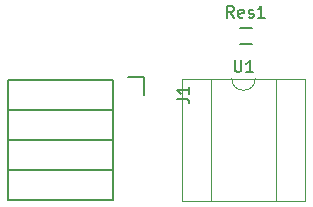
<source format=gbr>
G04 #@! TF.FileFunction,Legend,Top*
%FSLAX46Y46*%
G04 Gerber Fmt 4.6, Leading zero omitted, Abs format (unit mm)*
G04 Created by KiCad (PCBNEW 4.0.6) date Friday, May 26, 2017 'PMt' 05:45:50 PM*
%MOMM*%
%LPD*%
G01*
G04 APERTURE LIST*
%ADD10C,0.100000*%
%ADD11C,0.150000*%
%ADD12C,0.120000*%
G04 APERTURE END LIST*
D10*
D11*
X144500000Y-92325000D02*
X145500000Y-92325000D01*
X145500000Y-93675000D02*
X144500000Y-93675000D01*
D12*
X145810000Y-96610000D02*
G75*
G02X143810000Y-96610000I-1000000J0D01*
G01*
X143810000Y-96610000D02*
X142040000Y-96610000D01*
X142040000Y-96610000D02*
X142040000Y-107010000D01*
X142040000Y-107010000D02*
X147580000Y-107010000D01*
X147580000Y-107010000D02*
X147580000Y-96610000D01*
X147580000Y-96610000D02*
X145810000Y-96610000D01*
X139610000Y-96610000D02*
X139610000Y-107010000D01*
X139610000Y-107010000D02*
X150010000Y-107010000D01*
X150010000Y-107010000D02*
X150010000Y-96610000D01*
X150010000Y-96610000D02*
X139610000Y-96610000D01*
D11*
X124900000Y-106890000D02*
X133730000Y-106890000D01*
X124900000Y-104350000D02*
X124900000Y-106890000D01*
X133730000Y-104350000D02*
X133730000Y-106890000D01*
X133730000Y-101810000D02*
X133730000Y-104350000D01*
X124900000Y-101810000D02*
X124900000Y-104350000D01*
X124900000Y-104350000D02*
X133730000Y-104350000D01*
X124900000Y-101810000D02*
X133730000Y-101810000D01*
X124900000Y-99270000D02*
X124900000Y-101810000D01*
X133730000Y-99270000D02*
X124900000Y-99270000D01*
X133730000Y-99270000D02*
X133730000Y-101810000D01*
X133730000Y-96730000D02*
X133730000Y-99270000D01*
X136400000Y-98000000D02*
X136400000Y-96450000D01*
X136400000Y-96450000D02*
X135000000Y-96450000D01*
X133730000Y-96730000D02*
X124900000Y-96730000D01*
X124900000Y-96730000D02*
X124900000Y-99270000D01*
X124900000Y-99270000D02*
X133730000Y-99270000D01*
X144000000Y-91452381D02*
X143666666Y-90976190D01*
X143428571Y-91452381D02*
X143428571Y-90452381D01*
X143809524Y-90452381D01*
X143904762Y-90500000D01*
X143952381Y-90547619D01*
X144000000Y-90642857D01*
X144000000Y-90785714D01*
X143952381Y-90880952D01*
X143904762Y-90928571D01*
X143809524Y-90976190D01*
X143428571Y-90976190D01*
X144809524Y-91404762D02*
X144714286Y-91452381D01*
X144523809Y-91452381D01*
X144428571Y-91404762D01*
X144380952Y-91309524D01*
X144380952Y-90928571D01*
X144428571Y-90833333D01*
X144523809Y-90785714D01*
X144714286Y-90785714D01*
X144809524Y-90833333D01*
X144857143Y-90928571D01*
X144857143Y-91023810D01*
X144380952Y-91119048D01*
X145238095Y-91404762D02*
X145333333Y-91452381D01*
X145523809Y-91452381D01*
X145619048Y-91404762D01*
X145666667Y-91309524D01*
X145666667Y-91261905D01*
X145619048Y-91166667D01*
X145523809Y-91119048D01*
X145380952Y-91119048D01*
X145285714Y-91071429D01*
X145238095Y-90976190D01*
X145238095Y-90928571D01*
X145285714Y-90833333D01*
X145380952Y-90785714D01*
X145523809Y-90785714D01*
X145619048Y-90833333D01*
X146619048Y-91452381D02*
X146047619Y-91452381D01*
X146333333Y-91452381D02*
X146333333Y-90452381D01*
X146238095Y-90595238D01*
X146142857Y-90690476D01*
X146047619Y-90738095D01*
X144048095Y-95062381D02*
X144048095Y-95871905D01*
X144095714Y-95967143D01*
X144143333Y-96014762D01*
X144238571Y-96062381D01*
X144429048Y-96062381D01*
X144524286Y-96014762D01*
X144571905Y-95967143D01*
X144619524Y-95871905D01*
X144619524Y-95062381D01*
X145619524Y-96062381D02*
X145048095Y-96062381D01*
X145333809Y-96062381D02*
X145333809Y-95062381D01*
X145238571Y-95205238D01*
X145143333Y-95300476D01*
X145048095Y-95348095D01*
X139202381Y-98333333D02*
X139916667Y-98333333D01*
X140059524Y-98380953D01*
X140154762Y-98476191D01*
X140202381Y-98619048D01*
X140202381Y-98714286D01*
X140202381Y-97333333D02*
X140202381Y-97904762D01*
X140202381Y-97619048D02*
X139202381Y-97619048D01*
X139345238Y-97714286D01*
X139440476Y-97809524D01*
X139488095Y-97904762D01*
M02*

</source>
